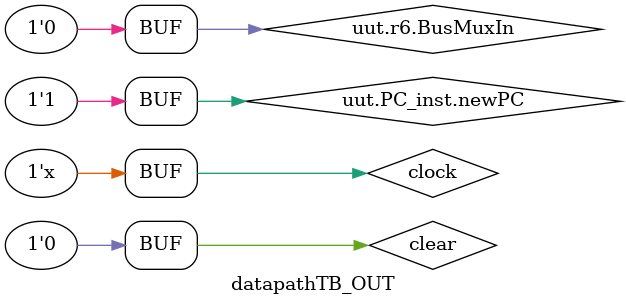
<source format=v>
/* TO DO:
	Fix T6 so that signals are actually driven for Read and MDRin
*/
`timescale 1ns/1ps

module datapathTB_OUT;

    // Clock and Reset
    reg clock;
    reg clear;
    reg PCout, Zhighout, Zlowout, MDRout; 
    reg MARin, PCin, MDRin, IRin, Yin, Zin;
    reg IncPC, Read, Write;
    reg Gra, Grb, Grc, BAout;
    reg [4:0] opcode;
    reg HIin, LOin, ZHighIn, ZLowIn;
    reg [8:0] Address;    
    reg [31:0] Mdatain;     
	 reg Rout, Rin;
	 reg Cout, HIout, LOout, Yout, InPortout;
	 reg CONin;
	 reg [31:0] external_input;
	 reg OutPortin;

    // OUTPUTS FROM DataPath (wires)
    wire R0out, R1out, R2out, R3out, R4out, R5out, R6out, R7out;
    wire R8out, R9out, R10out, R11out, R12out, R13out, R14out, R15out;
	 wire CON_out;
	 wire [31:0] external_output;
	 
	 parameter Default = 4'b0000, T0 = 4'b0111, T1 = 4'b1000, T2 = 4'b1001, T3 = 4'b1010, T4 = 4'b1011, T5 = 4'b1100, T6 = 4'b1101, T7 = 4'b1110;
    
	 reg [3:0] Present_state = Default;
	 

    // Instantiate DataPath
    DataPath uut (
        .clock(clock),
        .clear(clear),
        .PCout(PCout), 
        .Zhighout(Zhighout), 
        .Zlowout(Zlowout), 
        .MDRout(MDRout),
        .MARin(MARin), 
        .Rin(Rin),
        .PCin(PCin), 
        .MDRin(MDRin), 
        .IRin(IRin), 
        .Yin(Yin),
        .IncPC(IncPC), 
        .Read(Read), 
        .Write(Write),
        .Gra(Gra), 
        .Grb(Grb), 
        .Grc(Grc),
        .opcode(opcode),
        .HIin(HIin), 
        .LOin(LOin), 
        .ZHighIn(ZHighIn), 
        .ZLowIn(ZLowIn), 
        .Address(Address),
        .Mdatain(Mdatain),
        .BAout(BAout),
        .R0out(R0out), 
        .R1out(R1out), 
        .R2out(R2out), 
        .R3out(R3out),
        .R4out(R4out), 
        .R5out(R5out), 
        .R6out(R6out), 
        .R7out(R7out),
        .R8out(R8out), 
        .R9out(R9out), 
        .R10out(R10out), 
        .R11out(R11out),
        .R12out(R12out), 
        .R13out(R13out), 
        .R14out(R14out), 
        .R15out(R15out),
        .HIout(HIout), 
        .LOout(LOout),
        .Yout(Yout), 
        .InPortout(InPortout), 
        .Cout(Cout),   // Fixed naming (was CSignOut)
        .Rout(Rout),    // Added Rout
		  .CONin(CONin),
		  .InPortData(external_input),  // Input data to InPort
		  .OutPortData(external_output), // Output data from OutPort
        .OutPortin(OutPortin)        // Control signal for writing output
    );

    
   initial begin
      clock = 0;
		clear = 0;
		uut.PC_inst.newPC = 32'h17;
		uut.r6.BusMuxIn = 32'h30;
   end
	 
	always 
		#10  clock <= ~clock;
		
	always @(posedge clock) begin
    case (Present_state)
        Default: Present_state <= T0;
        T0:      Present_state <= T1;
        T1:      Present_state <= T2;
        T2:      Present_state <= T3;
        T3:      Present_state  <= Default; // Reset or stop
		endcase
	end 
	
	always @(Present_state) begin
			case (Present_state)
				Default: begin
                PCout <= 0;         Zhighout <= 0;      Zlowout <= 0;      MDRout <= 0;
                MARin <= 0;         PCin <= 0;          MDRin <= 0;        IRin <= 0;          Yin <= 0;
                IncPC <= 0;         Read <= 0;          Write <= 0;
                Gra <= 0;           Grb <= 0;           Grc <= 0;          opcode <= 0;
                HIin <= 0;          LOin <= 0;          ZHighIn <= 0;      ZLowIn <= 0; 
                Address <= 9'h0;    Mdatain <= 32'h0;
                Cout <= 0; 
					 CONin <= 0;
            end
				
			T0: begin 
                    MARin <= 1;     IncPC <= 1; PCout <= 1; ZLowIn <= 1; 
 
            end

			T1: begin 
					     MARin <= 0;     IncPC <= 0; PCout <= 0; ZLowIn <= 0;  
						  Zlowout <= 1; PCin <= 1; Read <= 1; MDRin <= 1;
            end

			T2: begin 
						  Zlowout <= 0; PCin <= 0; Read <= 0; MDRin <= 0;
                    MDRout <= 1;    IRin <= 1; 
            end

			  T3: begin 
			  			  MDRout <= 0;     		 IRin <= 0;
                    Gra <= 1;           Rout <= 1;      	OutPortin <= 1;						
            end
		endcase
	end

endmodule
</source>
